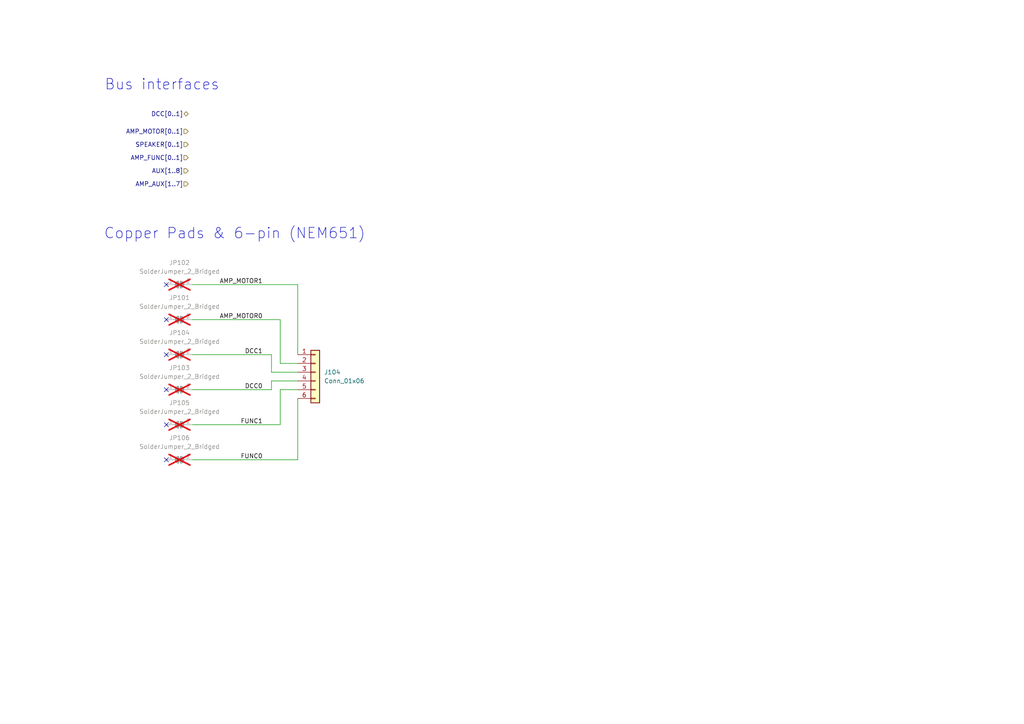
<source format=kicad_sch>
(kicad_sch (version 20231120) (generator "eeschema") (generator_version "7.99")
  (paper "A4")
  (lib_symbols
    (symbol "Connector_Generic:Conn_01x06" (pin_names (offset 1.016) hide)
      (property "Reference" "J" (at 0 7.62 0))
      (property "Value" "Conn_01x06" (at 0 -10.16 0))
      (symbol "Conn_01x06_1_1"
        (rectangle (start -1.27 -7.493) (end 0 -7.747) (stroke (width 0.1524)))
        (rectangle (start -1.27 -4.953) (end 0 -5.207) (stroke (width 0.1524)))
        (rectangle (start -1.27 -2.413) (end 0 -2.667) (stroke (width 0.1524)))
        (rectangle (start -1.27 0.127) (end 0 -0.127) (stroke (width 0.1524)))
        (rectangle (start -1.27 2.667) (end 0 2.413) (stroke (width 0.1524)))
        (rectangle (start -1.27 5.207) (end 0 4.953) (stroke (width 0.1524)))
        (rectangle (start -1.27 6.35) (end 1.27 -8.89) (stroke (width 0.254)) (fill (type background)))
        (pin passive line (at -5.08 5.08 0) (length 3.81) (name "Pin_1") (number "1"))
        (pin passive line (at -5.08 2.54 0) (length 3.81) (name "Pin_2") (number "2"))
        (pin passive line (at -5.08 0 0) (length 3.81) (name "Pin_3") (number "3"))
        (pin passive line (at -5.08 -2.54 0) (length 3.81) (name "Pin_4") (number "4"))
        (pin passive line (at -5.08 -5.08 0) (length 3.81) (name "Pin_5") (number "5"))
        (pin passive line (at -5.08 -7.62 0) (length 3.81) (name "Pin_6") (number "6"))
      )
    )
    (symbol "Jumper:SolderJumper_2_Bridged" (pin_names (offset 0) hide)
      (property "Reference" "JP" (at 0 2.032 0))
      (property "Value" "SolderJumper_2_Bridged" (at 0 -2.54 0))
      (symbol "SolderJumper_2_Bridged_0_1"
        (rectangle (start -0.508 0.508) (end 0.508 -0.508) (fill (type outline)))
        (arc (start -0.254 1.016) (mid -1.2656 0) (end -0.254 -1.016))
        (arc (start -0.254 1.016) (mid -1.2656 0) (end -0.254 -1.016) (fill (type outline)))
        (polyline (pts (xy -0.254 1.016) (xy -0.254 -1.016)))
        (polyline (pts (xy 0.254 1.016) (xy 0.254 -1.016)))
        (arc (start 0.254 -1.016) (mid 1.2656 0) (end 0.254 1.016))
        (arc (start 0.254 -1.016) (mid 1.2656 0) (end 0.254 1.016) (fill (type outline)))
      )
      (symbol "SolderJumper_2_Bridged_1_1"
        (pin passive line (at -3.81 0 0) (length 2.54) (name "A") (number "1"))
        (pin passive line (at 3.81 0 180) (length 2.54) (name "B") (number "2"))
      )
    )
  )
  (no_connect (at 48.26 82.55))
  (no_connect (at 48.26 113.03))
  (no_connect (at 48.26 92.71))
  (no_connect (at 48.26 102.87))
  (no_connect (at 48.26 123.19))
  (no_connect (at 48.26 133.35))
  (wire (pts (xy 78.74 110.49) (xy 86.36 110.49)))
  (wire (pts (xy 55.88 102.87) (xy 78.74 102.87)))
  (wire (pts (xy 81.28 105.41) (xy 86.36 105.41)))
  (wire (pts (xy 55.88 133.35) (xy 86.36 133.35)))
  (wire (pts (xy 78.74 107.95) (xy 78.74 102.87)))
  (wire (pts (xy 81.28 113.03) (xy 86.36 113.03)))
  (wire (pts (xy 55.88 123.19) (xy 81.28 123.19)))
  (wire (pts (xy 55.88 92.71) (xy 81.28 92.71)))
  (wire (pts (xy 86.36 107.95) (xy 78.74 107.95)))
  (wire (pts (xy 81.28 92.71) (xy 81.28 105.41)))
  (wire (pts (xy 55.88 82.55) (xy 86.36 82.55)))
  (wire (pts (xy 78.74 113.03) (xy 78.74 110.49)))
  (wire (pts (xy 55.88 113.03) (xy 78.74 113.03)))
  (wire (pts (xy 86.36 115.57) (xy 86.36 133.35)))
  (wire (pts (xy 81.28 113.03) (xy 81.28 123.19)))
  (wire (pts (xy 86.36 102.87) (xy 86.36 82.55)))
  (text "Copper Pads & 6-pin (NEM651)" (at 68.072 67.818 0) (effects (font (size 3.048 3.048))))
  (text "Bus interfaces" (at 46.99 24.638 0) (effects (font (size 3.048 3.048))))
  (label "FUNC0" (at 76.2 133.35 180))
  (label "DCC1" (at 76.2 102.87 180))
  (label "FUNC1" (at 76.2 123.19 180))
  (label "DCC0" (at 76.2 113.03 180))
  (label "AMP_MOTOR1" (at 76.2 82.55 180))
  (label "AMP_MOTOR0" (at 76.2 92.71 180))
  (hierarchical_label "SPEAKER[0..1]" (shape input) (at 54.61 41.91 180))
  (hierarchical_label "AMP_FUNC[0..1]" (shape input) (at 54.61 45.72 180))
  (hierarchical_label "AMP_AUX[1..7]" (shape input) (at 54.61 53.34 180))
  (hierarchical_label "AMP_MOTOR[0..1]" (shape input) (at 54.61 38.1 180))
  (hierarchical_label "DCC[0..1]" (shape bidirectional) (at 54.61 33.02 180))
  (hierarchical_label "AUX[1..8]" (shape input) (at 54.61 49.53 180))
  (symbol (lib_id "Jumper:SolderJumper_2_Bridged") (at 52.07 92.71 0) (unit 1) (in_bom no) (dnp yes)
    (property "Reference" "JP101" (at 52.07 86.36 0))
    (property "Value" "SolderJumper_2_Bridged" (at 52.07 88.9 0))
    (property "Footprint" "Jumper:SolderJumper-2_P1.3mm_Bridged_Pad1.0x1.5mm" (effects (hide yes)))
    (property "Description" "Solder Jumper, 2-pole, closed/bridged" (effects (hide yes)))
  )
  (symbol (lib_id "Jumper:SolderJumper_2_Bridged") (at 52.07 113.03 0) (unit 1) (in_bom no) (dnp yes)
    (property "Reference" "JP103" (at 52.07 106.68 0))
    (property "Value" "SolderJumper_2_Bridged" (at 52.07 109.22 0))
    (property "Footprint" "Jumper:SolderJumper-2_P1.3mm_Bridged_Pad1.0x1.5mm" (effects (hide yes)))
    (property "Description" "Solder Jumper, 2-pole, closed/bridged" (effects (hide yes)))
  )
  (symbol (lib_id "Jumper:SolderJumper_2_Bridged") (at 52.07 133.35 0) (unit 1) (in_bom no) (dnp yes)
    (property "Reference" "JP106" (at 52.07 127 0))
    (property "Value" "SolderJumper_2_Bridged" (at 52.07 129.54 0))
    (property "Footprint" "Jumper:SolderJumper-2_P1.3mm_Bridged_Pad1.0x1.5mm" (effects (hide yes)))
    (property "Description" "Solder Jumper, 2-pole, closed/bridged" (effects (hide yes)))
  )
  (symbol (lib_id "Jumper:SolderJumper_2_Bridged") (at 52.07 102.87 0) (unit 1) (in_bom no) (dnp yes)
    (property "Reference" "JP104" (at 52.07 96.52 0))
    (property "Value" "SolderJumper_2_Bridged" (at 52.07 99.06 0))
    (property "Footprint" "Jumper:SolderJumper-2_P1.3mm_Bridged_Pad1.0x1.5mm" (effects (hide yes)))
    (property "Description" "Solder Jumper, 2-pole, closed/bridged" (effects (hide yes)))
  )
  (symbol (lib_id "Jumper:SolderJumper_2_Bridged") (at 52.07 123.19 0) (unit 1) (in_bom no) (dnp yes)
    (property "Reference" "JP105" (at 52.07 116.84 0))
    (property "Value" "SolderJumper_2_Bridged" (at 52.07 119.38 0))
    (property "Footprint" "Jumper:SolderJumper-2_P1.3mm_Bridged_Pad1.0x1.5mm" (effects (hide yes)))
    (property "Description" "Solder Jumper, 2-pole, closed/bridged" (effects (hide yes)))
  )
  (symbol (lib_id "Connector_Generic:Conn_01x06") (at 91.44 107.95 0) (unit 1)
    (property "Reference" "J104" (at 93.98 107.9499 0) (effects (justify left)))
    (property "Value" "Conn_01x06" (at 93.98 110.4899 0) (effects (justify left)))
    (property "Footprint" "Connector_Molex:Molex_KK-254_AE-6410-06A_1x06_P2.54mm_Vertical" (effects (hide yes)))
    (property "Description" "Generic connector, single row, 01x06, script generated (kicad-library-utils/schlib/autogen/connector/)" (effects (hide yes)))
  )
  (symbol (lib_id "Jumper:SolderJumper_2_Bridged") (at 52.07 82.55 0) (unit 1) (in_bom no) (dnp yes)
    (property "Reference" "JP102" (at 52.07 76.2 0))
    (property "Value" "SolderJumper_2_Bridged" (at 52.07 78.74 0))
    (property "Footprint" "Jumper:SolderJumper-2_P1.3mm_Bridged_Pad1.0x1.5mm" (effects (hide yes)))
    (property "Description" "Solder Jumper, 2-pole, closed/bridged" (effects (hide yes)))
  )
)
</source>
